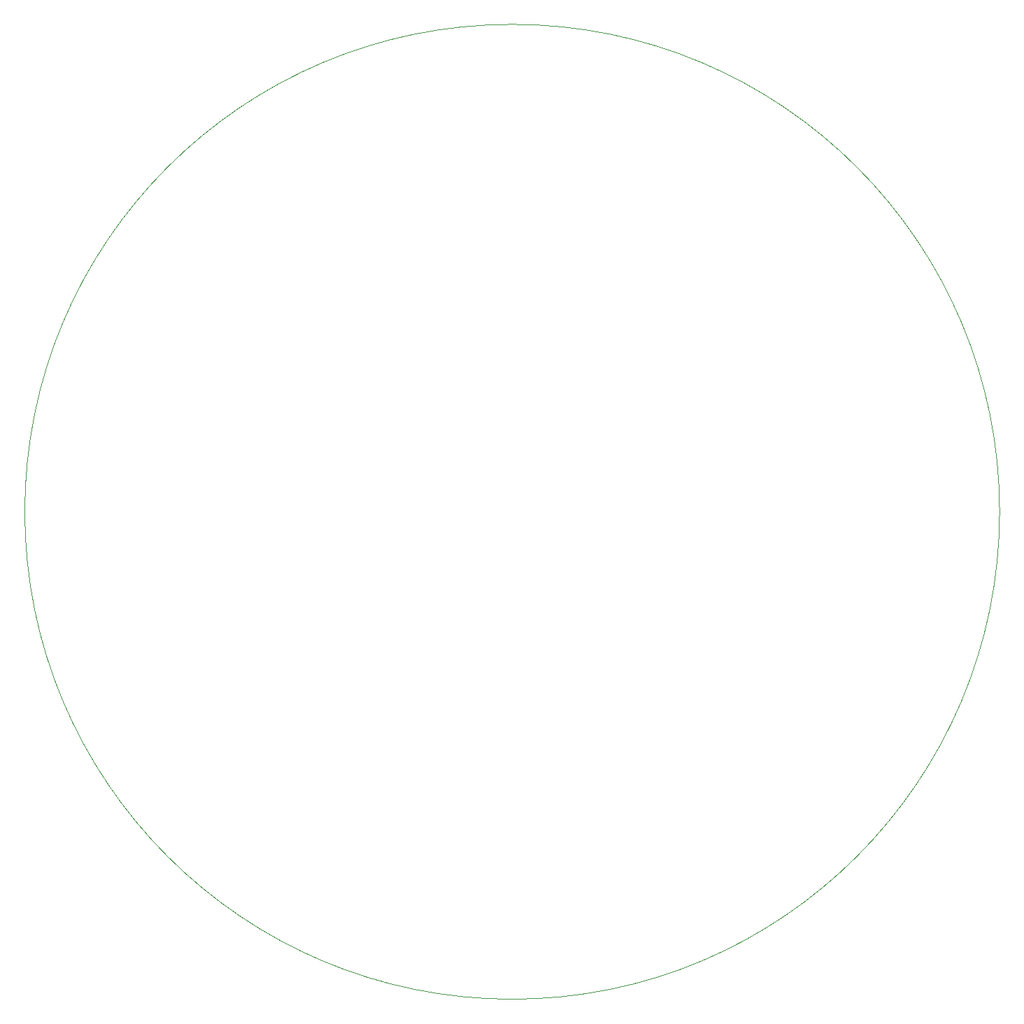
<source format=gbr>
%TF.GenerationSoftware,KiCad,Pcbnew,8.0.2*%
%TF.CreationDate,2024-09-21T01:35:39+02:00*%
%TF.ProjectId,liberocan1,6c696265-726f-4636-916e-312e6b696361,v1.2*%
%TF.SameCoordinates,Original*%
%TF.FileFunction,Profile,NP*%
%FSLAX46Y46*%
G04 Gerber Fmt 4.6, Leading zero omitted, Abs format (unit mm)*
G04 Created by KiCad (PCBNEW 8.0.2) date 2024-09-21 01:35:39*
%MOMM*%
%LPD*%
G01*
G04 APERTURE LIST*
%TA.AperFunction,Profile*%
%ADD10C,0.100000*%
%TD*%
G04 APERTURE END LIST*
D10*
X210815000Y-94360000D02*
G75*
G02*
X92815000Y-94360000I-59000000J0D01*
G01*
X92815000Y-94360000D02*
G75*
G02*
X210815000Y-94360000I59000000J0D01*
G01*
M02*

</source>
